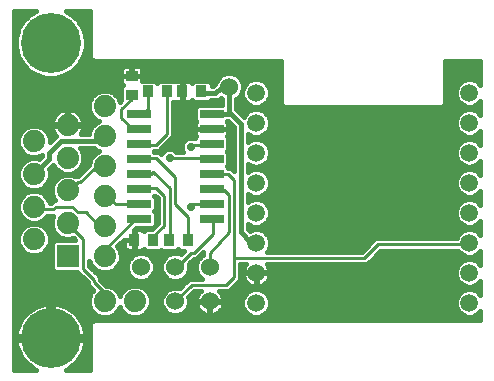
<source format=gtl>
G75*
%MOIN*%
%OFA0B0*%
%FSLAX25Y25*%
%IPPOS*%
%LPD*%
%AMOC8*
5,1,8,0,0,1.08239X$1,22.5*
%
%ADD10R,0.03740X0.03937*%
%ADD11R,0.03937X0.03740*%
%ADD12R,0.08000X0.02600*%
%ADD13C,0.05906*%
%ADD14R,0.07400X0.07400*%
%ADD15C,0.07400*%
%ADD16C,0.20000*%
%ADD17C,0.06000*%
%ADD18C,0.01000*%
%ADD19C,0.02900*%
%ADD20C,0.01600*%
D10*
X0091483Y0046800D03*
X0097782Y0046800D03*
X0102983Y0046800D03*
X0109282Y0046800D03*
X0107483Y0096300D03*
X0102282Y0096300D03*
X0095983Y0096300D03*
X0113782Y0096300D03*
D11*
X0090632Y0095150D03*
X0090632Y0101450D03*
D12*
X0093032Y0088800D03*
X0093032Y0083800D03*
X0093032Y0078800D03*
X0093032Y0073800D03*
X0093032Y0068800D03*
X0093032Y0063800D03*
X0093032Y0058800D03*
X0093032Y0053800D03*
X0117232Y0053800D03*
X0117232Y0058800D03*
X0117232Y0063800D03*
X0117232Y0068800D03*
X0117232Y0073800D03*
X0117232Y0078800D03*
X0117232Y0083800D03*
X0117232Y0088800D03*
D13*
X0132082Y0085800D03*
X0132082Y0075800D03*
X0132082Y0065800D03*
X0132082Y0055800D03*
X0132082Y0045800D03*
X0132082Y0035800D03*
X0132082Y0025800D03*
X0203182Y0025800D03*
X0203182Y0035800D03*
X0203182Y0045800D03*
X0203182Y0055800D03*
X0203182Y0065800D03*
X0203182Y0075800D03*
X0203182Y0085800D03*
X0203182Y0095800D03*
X0132082Y0095800D03*
D14*
X0069223Y0041489D03*
D15*
X0058042Y0046961D03*
X0069223Y0052394D03*
X0058042Y0057867D03*
X0069223Y0063300D03*
X0058042Y0068733D03*
X0069223Y0074206D03*
X0058042Y0079639D03*
X0069223Y0085111D03*
X0081632Y0081300D03*
X0081632Y0071300D03*
X0081632Y0061300D03*
X0081632Y0051300D03*
X0081632Y0041300D03*
X0081632Y0026300D03*
X0091632Y0026300D03*
X0081632Y0091300D03*
D16*
X0063632Y0112513D03*
X0063632Y0014087D03*
D17*
X0093632Y0037800D03*
X0105132Y0037800D03*
X0116632Y0037800D03*
X0116632Y0026300D03*
X0105132Y0026300D03*
X0123132Y0097800D03*
D18*
X0115832Y0095700D02*
X0114432Y0095800D01*
X0117232Y0088800D02*
X0117632Y0088500D01*
X0117232Y0078800D02*
X0116732Y0078600D01*
X0111332Y0078600D01*
X0110432Y0077700D01*
X0116732Y0074100D02*
X0117232Y0073800D01*
X0116732Y0074100D02*
X0103232Y0074100D01*
X0098732Y0074100D02*
X0093332Y0074100D01*
X0093032Y0073800D01*
X0098732Y0074100D02*
X0105032Y0067800D01*
X0105032Y0058800D01*
X0109532Y0054300D01*
X0109532Y0047100D01*
X0109282Y0046800D01*
X0110432Y0042600D02*
X0105932Y0038100D01*
X0105132Y0037800D01*
X0110432Y0042600D02*
X0111332Y0042600D01*
X0117632Y0048900D01*
X0117632Y0053400D01*
X0117232Y0053800D01*
X0111332Y0058800D02*
X0110432Y0057900D01*
X0111332Y0058800D02*
X0117232Y0058800D01*
X0121332Y0063300D02*
X0122932Y0061700D01*
X0122932Y0049300D01*
X0116632Y0042500D01*
X0116632Y0037800D01*
X0122132Y0031800D02*
X0110632Y0031800D01*
X0105132Y0026300D01*
X0122132Y0031800D02*
X0124732Y0034400D01*
X0124732Y0040800D01*
X0168132Y0040800D01*
X0172632Y0045300D01*
X0203032Y0045300D01*
X0124732Y0040800D02*
X0124732Y0066800D01*
X0122832Y0068700D01*
X0117632Y0068700D01*
X0117232Y0068800D01*
X0117232Y0063800D02*
X0117632Y0063300D01*
X0121332Y0063300D01*
X0103232Y0064200D02*
X0097832Y0069600D01*
X0096932Y0068700D01*
X0093332Y0068700D01*
X0093032Y0068800D01*
X0093332Y0064200D02*
X0093032Y0063800D01*
X0093332Y0064200D02*
X0098732Y0064200D01*
X0101432Y0061500D01*
X0101432Y0051600D01*
X0097832Y0048000D01*
X0097832Y0047100D01*
X0097782Y0046800D01*
X0102983Y0046800D02*
X0103232Y0047100D01*
X0103232Y0064200D01*
X0093032Y0058800D02*
X0085232Y0058800D01*
X0083432Y0060600D01*
X0081632Y0060600D01*
X0081632Y0061300D01*
X0075332Y0056100D02*
X0072632Y0056100D01*
X0070832Y0057900D01*
X0065432Y0057900D01*
X0064532Y0057000D01*
X0058232Y0057000D01*
X0058042Y0057867D01*
X0069223Y0063300D02*
X0069932Y0063300D01*
X0072632Y0066000D01*
X0073532Y0066000D01*
X0078032Y0070500D01*
X0081632Y0070500D01*
X0081632Y0071300D01*
X0093032Y0078800D02*
X0093332Y0078600D01*
X0098732Y0078600D01*
X0102332Y0082200D01*
X0102332Y0095700D01*
X0102282Y0096300D01*
X0096032Y0095700D02*
X0095983Y0096300D01*
X0096032Y0095700D02*
X0096032Y0090300D01*
X0095132Y0089400D01*
X0093332Y0089400D01*
X0093032Y0088800D01*
X0090632Y0084000D02*
X0087032Y0087600D01*
X0087032Y0090300D01*
X0090632Y0093900D01*
X0090632Y0095150D01*
X0090632Y0095700D01*
X0090632Y0084000D02*
X0092432Y0084000D01*
X0093032Y0083800D01*
X0075332Y0056100D02*
X0079832Y0051600D01*
X0081632Y0051600D01*
X0081632Y0051300D01*
X0074432Y0047100D02*
X0074432Y0037200D01*
X0078032Y0033600D01*
X0078032Y0032700D01*
X0081632Y0029100D01*
X0081632Y0026300D01*
X0081632Y0041300D02*
X0081632Y0043500D01*
X0091532Y0053400D01*
X0092432Y0053400D01*
X0093032Y0053800D01*
X0074432Y0047100D02*
X0069932Y0051600D01*
X0069223Y0052394D01*
D19*
X0103232Y0074100D03*
X0110432Y0077700D03*
X0110432Y0057900D03*
D20*
X0051432Y0003600D02*
X0051432Y0123000D01*
X0058597Y0123000D01*
X0056510Y0121795D01*
X0054350Y0119635D01*
X0052823Y0116990D01*
X0052032Y0114040D01*
X0052032Y0110985D01*
X0052823Y0108035D01*
X0054350Y0105390D01*
X0056510Y0103230D01*
X0059155Y0101703D01*
X0062105Y0100913D01*
X0065159Y0100913D01*
X0068110Y0101703D01*
X0070755Y0103230D01*
X0072915Y0105390D01*
X0074442Y0108035D01*
X0075232Y0110985D01*
X0075232Y0114040D01*
X0074442Y0116990D01*
X0072915Y0119635D01*
X0070755Y0121795D01*
X0068668Y0123000D01*
X0076832Y0123000D01*
X0076832Y0107554D01*
X0077887Y0106500D01*
X0140282Y0106500D01*
X0140282Y0092034D01*
X0141366Y0090950D01*
X0193899Y0090950D01*
X0194982Y0092034D01*
X0194982Y0106500D01*
X0206832Y0106500D01*
X0206832Y0098589D01*
X0205761Y0099660D01*
X0204088Y0100353D01*
X0202277Y0100353D01*
X0200603Y0099660D01*
X0199323Y0098379D01*
X0198630Y0096706D01*
X0198630Y0094894D01*
X0199323Y0093221D01*
X0200603Y0091940D01*
X0202277Y0091247D01*
X0204088Y0091247D01*
X0205761Y0091940D01*
X0206832Y0093011D01*
X0206832Y0088589D01*
X0205761Y0089660D01*
X0204088Y0090353D01*
X0202277Y0090353D01*
X0200603Y0089660D01*
X0199323Y0088379D01*
X0198630Y0086706D01*
X0198630Y0084894D01*
X0199323Y0083221D01*
X0200603Y0081940D01*
X0202277Y0081247D01*
X0204088Y0081247D01*
X0205761Y0081940D01*
X0206832Y0083011D01*
X0206832Y0078589D01*
X0205761Y0079660D01*
X0204088Y0080353D01*
X0202277Y0080353D01*
X0200603Y0079660D01*
X0199323Y0078379D01*
X0198630Y0076706D01*
X0198630Y0074894D01*
X0199323Y0073221D01*
X0200603Y0071940D01*
X0202277Y0071247D01*
X0204088Y0071247D01*
X0205761Y0071940D01*
X0206832Y0073011D01*
X0206832Y0068589D01*
X0205761Y0069660D01*
X0204088Y0070353D01*
X0202277Y0070353D01*
X0200603Y0069660D01*
X0199323Y0068379D01*
X0198630Y0066706D01*
X0198630Y0064894D01*
X0199323Y0063221D01*
X0200603Y0061940D01*
X0202277Y0061247D01*
X0204088Y0061247D01*
X0205761Y0061940D01*
X0206832Y0063011D01*
X0206832Y0058589D01*
X0205761Y0059660D01*
X0204088Y0060353D01*
X0202277Y0060353D01*
X0200603Y0059660D01*
X0199323Y0058379D01*
X0198630Y0056706D01*
X0198630Y0054894D01*
X0199323Y0053221D01*
X0200603Y0051940D01*
X0202277Y0051247D01*
X0204088Y0051247D01*
X0205761Y0051940D01*
X0206832Y0053011D01*
X0206832Y0048589D01*
X0205761Y0049660D01*
X0204088Y0050353D01*
X0202277Y0050353D01*
X0200603Y0049660D01*
X0199323Y0048379D01*
X0198917Y0047400D01*
X0171762Y0047400D01*
X0167262Y0042900D01*
X0135621Y0042900D01*
X0135942Y0043221D01*
X0136635Y0044894D01*
X0136635Y0046706D01*
X0135942Y0048379D01*
X0134661Y0049660D01*
X0132988Y0050353D01*
X0131177Y0050353D01*
X0129902Y0049825D01*
X0129432Y0050294D01*
X0129432Y0052011D01*
X0129503Y0051940D01*
X0131177Y0051247D01*
X0132988Y0051247D01*
X0134661Y0051940D01*
X0135942Y0053221D01*
X0136635Y0054894D01*
X0136635Y0056706D01*
X0135942Y0058379D01*
X0134661Y0059660D01*
X0132988Y0060353D01*
X0131177Y0060353D01*
X0129503Y0059660D01*
X0129432Y0059589D01*
X0129432Y0062011D01*
X0129503Y0061940D01*
X0131177Y0061247D01*
X0132988Y0061247D01*
X0134661Y0061940D01*
X0135942Y0063221D01*
X0136635Y0064894D01*
X0136635Y0066706D01*
X0135942Y0068379D01*
X0134661Y0069660D01*
X0132988Y0070353D01*
X0131177Y0070353D01*
X0129503Y0069660D01*
X0129432Y0069589D01*
X0129432Y0072011D01*
X0129503Y0071940D01*
X0131177Y0071247D01*
X0132988Y0071247D01*
X0134661Y0071940D01*
X0135942Y0073221D01*
X0136635Y0074894D01*
X0136635Y0076706D01*
X0135942Y0078379D01*
X0134661Y0079660D01*
X0132988Y0080353D01*
X0131177Y0080353D01*
X0129503Y0079660D01*
X0129432Y0079589D01*
X0129432Y0082011D01*
X0129503Y0081940D01*
X0131177Y0081247D01*
X0132988Y0081247D01*
X0134661Y0081940D01*
X0135942Y0083221D01*
X0136635Y0084894D01*
X0136635Y0086706D01*
X0135942Y0088379D01*
X0134661Y0089660D01*
X0132988Y0090353D01*
X0131177Y0090353D01*
X0129503Y0089660D01*
X0128223Y0088379D01*
X0127996Y0087831D01*
X0125667Y0090159D01*
X0125532Y0090294D01*
X0125532Y0093815D01*
X0125738Y0093900D01*
X0127032Y0095194D01*
X0127530Y0096396D01*
X0127530Y0094894D01*
X0128223Y0093221D01*
X0129503Y0091940D01*
X0131177Y0091247D01*
X0132988Y0091247D01*
X0134661Y0091940D01*
X0135942Y0093221D01*
X0136635Y0094894D01*
X0136635Y0096706D01*
X0135942Y0098379D01*
X0134661Y0099660D01*
X0132988Y0100353D01*
X0131177Y0100353D01*
X0129503Y0099660D01*
X0128223Y0098379D01*
X0127732Y0097195D01*
X0127732Y0098715D01*
X0127032Y0100406D01*
X0125738Y0101700D01*
X0124047Y0102400D01*
X0122217Y0102400D01*
X0120527Y0101700D01*
X0119233Y0100406D01*
X0118800Y0099362D01*
X0118298Y0098859D01*
X0117538Y0098100D01*
X0117252Y0098100D01*
X0117252Y0098931D01*
X0116315Y0099868D01*
X0111249Y0099868D01*
X0110623Y0099243D01*
X0110327Y0099539D01*
X0109965Y0099748D01*
X0109562Y0099856D01*
X0107618Y0099856D01*
X0107618Y0096435D01*
X0107348Y0096435D01*
X0107348Y0099856D01*
X0105404Y0099856D01*
X0105000Y0099748D01*
X0104959Y0099724D01*
X0104815Y0099868D01*
X0099749Y0099868D01*
X0099132Y0099252D01*
X0098515Y0099868D01*
X0094188Y0099868D01*
X0094188Y0101315D01*
X0090767Y0101315D01*
X0090767Y0101585D01*
X0090497Y0101585D01*
X0090497Y0104907D01*
X0088455Y0104907D01*
X0088051Y0104799D01*
X0087689Y0104590D01*
X0087394Y0104294D01*
X0087185Y0103932D01*
X0087076Y0103529D01*
X0087076Y0101585D01*
X0090497Y0101585D01*
X0090497Y0101315D01*
X0087076Y0101315D01*
X0087076Y0099371D01*
X0087185Y0098967D01*
X0087394Y0098605D01*
X0087689Y0098309D01*
X0087690Y0098309D01*
X0087064Y0097683D01*
X0087064Y0093301D01*
X0086693Y0092931D01*
X0086125Y0094302D01*
X0084634Y0095793D01*
X0082687Y0096600D01*
X0080578Y0096600D01*
X0078630Y0095793D01*
X0077139Y0094302D01*
X0076332Y0092354D01*
X0076332Y0090246D01*
X0077139Y0088298D01*
X0078630Y0086807D01*
X0079854Y0086300D01*
X0078630Y0085793D01*
X0077139Y0084302D01*
X0076332Y0082354D01*
X0076332Y0082200D01*
X0073643Y0082200D01*
X0073745Y0082340D01*
X0074123Y0083081D01*
X0074380Y0083873D01*
X0074510Y0084695D01*
X0074510Y0084911D01*
X0069423Y0084911D01*
X0069423Y0085311D01*
X0074510Y0085311D01*
X0074510Y0085527D01*
X0074380Y0086349D01*
X0074123Y0087141D01*
X0073745Y0087882D01*
X0073256Y0088556D01*
X0072667Y0089144D01*
X0071994Y0089633D01*
X0071252Y0090011D01*
X0070461Y0090268D01*
X0069639Y0090398D01*
X0069423Y0090398D01*
X0069423Y0085311D01*
X0069023Y0085311D01*
X0069023Y0090398D01*
X0068807Y0090398D01*
X0067985Y0090268D01*
X0067193Y0090011D01*
X0066452Y0089633D01*
X0065778Y0089144D01*
X0065190Y0088556D01*
X0064701Y0087882D01*
X0064323Y0087141D01*
X0064066Y0086349D01*
X0063935Y0085527D01*
X0063935Y0085311D01*
X0069023Y0085311D01*
X0069023Y0084911D01*
X0063935Y0084911D01*
X0063935Y0084695D01*
X0064066Y0083873D01*
X0064323Y0083081D01*
X0064701Y0082340D01*
X0065190Y0081667D01*
X0065397Y0081459D01*
X0065098Y0081159D01*
X0063342Y0079404D01*
X0063342Y0080693D01*
X0062535Y0082641D01*
X0061044Y0084132D01*
X0059096Y0084939D01*
X0056987Y0084939D01*
X0055040Y0084132D01*
X0053549Y0082641D01*
X0052742Y0080693D01*
X0052742Y0078584D01*
X0053549Y0076636D01*
X0055040Y0075145D01*
X0056987Y0074339D01*
X0059096Y0074339D01*
X0060732Y0075016D01*
X0060732Y0074818D01*
X0059698Y0073784D01*
X0059096Y0074033D01*
X0056987Y0074033D01*
X0055040Y0073226D01*
X0053549Y0071735D01*
X0052742Y0069787D01*
X0052742Y0067679D01*
X0053549Y0065731D01*
X0055040Y0064240D01*
X0056987Y0063433D01*
X0059096Y0063433D01*
X0061044Y0064240D01*
X0062535Y0065731D01*
X0063342Y0067679D01*
X0063342Y0069787D01*
X0063092Y0070390D01*
X0064488Y0071786D01*
X0064730Y0071203D01*
X0066221Y0069712D01*
X0068169Y0068906D01*
X0070277Y0068906D01*
X0072225Y0069712D01*
X0073716Y0071203D01*
X0074523Y0073151D01*
X0074523Y0075260D01*
X0073716Y0077208D01*
X0073524Y0077400D01*
X0078037Y0077400D01*
X0078630Y0076807D01*
X0079854Y0076300D01*
X0078630Y0075793D01*
X0077139Y0074302D01*
X0076332Y0072354D01*
X0076332Y0071770D01*
X0075932Y0071370D01*
X0072662Y0068100D01*
X0071762Y0068100D01*
X0071681Y0068018D01*
X0070277Y0068600D01*
X0068169Y0068600D01*
X0066221Y0067793D01*
X0064730Y0066302D01*
X0063923Y0064354D01*
X0063923Y0062246D01*
X0064730Y0060298D01*
X0065028Y0060000D01*
X0064562Y0060000D01*
X0063662Y0059100D01*
X0063268Y0059100D01*
X0062535Y0060869D01*
X0061044Y0062360D01*
X0059096Y0063167D01*
X0056987Y0063167D01*
X0055040Y0062360D01*
X0053549Y0060869D01*
X0052742Y0058921D01*
X0052742Y0056813D01*
X0053549Y0054865D01*
X0055040Y0053374D01*
X0056987Y0052567D01*
X0059096Y0052567D01*
X0061044Y0053374D01*
X0062535Y0054865D01*
X0062549Y0054900D01*
X0064524Y0054900D01*
X0063923Y0053449D01*
X0063923Y0051340D01*
X0064730Y0049392D01*
X0066221Y0047901D01*
X0068169Y0047094D01*
X0070277Y0047094D01*
X0071119Y0047443D01*
X0071773Y0046789D01*
X0064860Y0046789D01*
X0063923Y0045852D01*
X0063923Y0037126D01*
X0064860Y0036189D01*
X0072473Y0036189D01*
X0075932Y0032730D01*
X0075932Y0031830D01*
X0077800Y0029963D01*
X0077139Y0029302D01*
X0076332Y0027354D01*
X0076332Y0025246D01*
X0077139Y0023298D01*
X0078630Y0021807D01*
X0080578Y0021000D01*
X0082687Y0021000D01*
X0084634Y0021807D01*
X0086125Y0023298D01*
X0086632Y0024522D01*
X0087139Y0023298D01*
X0088630Y0021807D01*
X0090578Y0021000D01*
X0092687Y0021000D01*
X0094634Y0021807D01*
X0096125Y0023298D01*
X0096932Y0025246D01*
X0096932Y0027354D01*
X0096125Y0029302D01*
X0094634Y0030793D01*
X0092687Y0031600D01*
X0090578Y0031600D01*
X0088630Y0030793D01*
X0087139Y0029302D01*
X0086632Y0028078D01*
X0086125Y0029302D01*
X0084634Y0030793D01*
X0082687Y0031600D01*
X0082102Y0031600D01*
X0080132Y0033570D01*
X0080132Y0034470D01*
X0078902Y0035700D01*
X0076532Y0038070D01*
X0076532Y0039763D01*
X0077139Y0038298D01*
X0078630Y0036807D01*
X0080578Y0036000D01*
X0082687Y0036000D01*
X0084634Y0036807D01*
X0086125Y0038298D01*
X0086932Y0040246D01*
X0086932Y0042354D01*
X0086125Y0044302D01*
X0085765Y0044663D01*
X0088037Y0046935D01*
X0091348Y0046935D01*
X0091348Y0050245D01*
X0092002Y0050900D01*
X0097695Y0050900D01*
X0098632Y0051837D01*
X0098632Y0055763D01*
X0098095Y0056300D01*
X0098632Y0056837D01*
X0098632Y0060763D01*
X0098095Y0061300D01*
X0098379Y0061584D01*
X0099332Y0060630D01*
X0099332Y0052470D01*
X0097231Y0050368D01*
X0095249Y0050368D01*
X0094623Y0049743D01*
X0094327Y0050039D01*
X0093965Y0050248D01*
X0093562Y0050356D01*
X0091618Y0050356D01*
X0091618Y0046935D01*
X0091348Y0046935D01*
X0091348Y0046665D01*
X0091618Y0046665D01*
X0091618Y0043244D01*
X0093562Y0043244D01*
X0093965Y0043352D01*
X0094327Y0043561D01*
X0094623Y0043857D01*
X0094623Y0043857D01*
X0095249Y0043231D01*
X0100315Y0043231D01*
X0100382Y0043299D01*
X0100450Y0043231D01*
X0105515Y0043231D01*
X0106132Y0043848D01*
X0106749Y0043231D01*
X0108094Y0043231D01*
X0106907Y0042044D01*
X0106047Y0042400D01*
X0104217Y0042400D01*
X0102527Y0041700D01*
X0101233Y0040406D01*
X0100532Y0038715D01*
X0100532Y0036885D01*
X0101233Y0035194D01*
X0102527Y0033900D01*
X0104217Y0033200D01*
X0106047Y0033200D01*
X0107738Y0033900D01*
X0109032Y0035194D01*
X0109732Y0036885D01*
X0109732Y0038715D01*
X0109669Y0038867D01*
X0111302Y0040500D01*
X0112202Y0040500D01*
X0113432Y0041730D01*
X0114519Y0042817D01*
X0114532Y0042460D01*
X0114532Y0041909D01*
X0114027Y0041700D01*
X0112733Y0040406D01*
X0112032Y0038715D01*
X0112032Y0036885D01*
X0112733Y0035194D01*
X0114027Y0033900D01*
X0109762Y0033900D01*
X0108532Y0032670D01*
X0106553Y0030691D01*
X0106047Y0030900D01*
X0104217Y0030900D01*
X0102527Y0030200D01*
X0101233Y0028906D01*
X0100532Y0027215D01*
X0100532Y0025385D01*
X0101233Y0023694D01*
X0102527Y0022400D01*
X0104217Y0021700D01*
X0106047Y0021700D01*
X0107738Y0022400D01*
X0109032Y0023694D01*
X0109732Y0025385D01*
X0109732Y0027215D01*
X0109523Y0027721D01*
X0111502Y0029700D01*
X0113545Y0029700D01*
X0113133Y0029288D01*
X0112709Y0028704D01*
X0112381Y0028061D01*
X0112158Y0027374D01*
X0112045Y0026661D01*
X0112045Y0026500D01*
X0116432Y0026500D01*
X0116432Y0026100D01*
X0112045Y0026100D01*
X0112045Y0025939D01*
X0112158Y0025226D01*
X0112381Y0024539D01*
X0112709Y0023896D01*
X0113133Y0023312D01*
X0113644Y0022801D01*
X0114228Y0022377D01*
X0114871Y0022049D01*
X0115558Y0021826D01*
X0116271Y0021713D01*
X0116432Y0021713D01*
X0116432Y0026100D01*
X0116832Y0026100D01*
X0116832Y0021713D01*
X0116993Y0021713D01*
X0117706Y0021826D01*
X0118393Y0022049D01*
X0119037Y0022377D01*
X0119621Y0022801D01*
X0120131Y0023312D01*
X0120556Y0023896D01*
X0120884Y0024539D01*
X0121107Y0025226D01*
X0121220Y0025939D01*
X0121220Y0026100D01*
X0116832Y0026100D01*
X0116832Y0026500D01*
X0121220Y0026500D01*
X0121220Y0026661D01*
X0121107Y0027374D01*
X0120884Y0028061D01*
X0120556Y0028704D01*
X0120131Y0029288D01*
X0119720Y0029700D01*
X0123002Y0029700D01*
X0126832Y0033530D01*
X0126832Y0038700D01*
X0128577Y0038700D01*
X0128199Y0038180D01*
X0127875Y0037543D01*
X0127654Y0036863D01*
X0127542Y0036157D01*
X0127542Y0035984D01*
X0131898Y0035984D01*
X0131898Y0035616D01*
X0127542Y0035616D01*
X0127542Y0035443D01*
X0127654Y0034737D01*
X0127875Y0034057D01*
X0128199Y0033420D01*
X0128619Y0032842D01*
X0129125Y0032337D01*
X0129703Y0031917D01*
X0130339Y0031592D01*
X0131019Y0031372D01*
X0131725Y0031260D01*
X0131898Y0031260D01*
X0131898Y0035616D01*
X0132267Y0035616D01*
X0132267Y0035984D01*
X0136622Y0035984D01*
X0136622Y0036157D01*
X0136511Y0036863D01*
X0136290Y0037543D01*
X0135965Y0038180D01*
X0135587Y0038700D01*
X0169002Y0038700D01*
X0170232Y0039930D01*
X0173502Y0043200D01*
X0199344Y0043200D01*
X0200603Y0041940D01*
X0202277Y0041247D01*
X0204088Y0041247D01*
X0205761Y0041940D01*
X0206832Y0043011D01*
X0206832Y0038589D01*
X0205761Y0039660D01*
X0204088Y0040353D01*
X0202277Y0040353D01*
X0200603Y0039660D01*
X0199323Y0038379D01*
X0198630Y0036706D01*
X0198630Y0034894D01*
X0199323Y0033221D01*
X0200603Y0031940D01*
X0202277Y0031247D01*
X0204088Y0031247D01*
X0205761Y0031940D01*
X0206832Y0033011D01*
X0206832Y0028589D01*
X0205761Y0029660D01*
X0204088Y0030353D01*
X0202277Y0030353D01*
X0200603Y0029660D01*
X0199323Y0028379D01*
X0198630Y0026706D01*
X0198630Y0024894D01*
X0199323Y0023221D01*
X0200603Y0021940D01*
X0202277Y0021247D01*
X0204088Y0021247D01*
X0205761Y0021940D01*
X0206832Y0023011D01*
X0206832Y0020100D01*
X0077887Y0020100D01*
X0076832Y0019046D01*
X0076832Y0003600D01*
X0068561Y0003600D01*
X0069246Y0003930D01*
X0070348Y0004622D01*
X0071366Y0005434D01*
X0072286Y0006354D01*
X0073097Y0007372D01*
X0073790Y0008474D01*
X0074355Y0009646D01*
X0074784Y0010875D01*
X0075074Y0012143D01*
X0075203Y0013287D01*
X0064432Y0013287D01*
X0064432Y0014887D01*
X0075203Y0014887D01*
X0075074Y0016031D01*
X0074784Y0017300D01*
X0074355Y0018529D01*
X0073790Y0019701D01*
X0073097Y0020803D01*
X0072286Y0021821D01*
X0071366Y0022741D01*
X0070348Y0023553D01*
X0069246Y0024245D01*
X0068074Y0024810D01*
X0066845Y0025239D01*
X0065576Y0025529D01*
X0064432Y0025658D01*
X0064432Y0014887D01*
X0062832Y0014887D01*
X0062832Y0013287D01*
X0052062Y0013287D01*
X0052191Y0012143D01*
X0052480Y0010875D01*
X0052910Y0009646D01*
X0053475Y0008474D01*
X0054167Y0007372D01*
X0054979Y0006354D01*
X0055899Y0005434D01*
X0056916Y0004622D01*
X0058018Y0003930D01*
X0058703Y0003600D01*
X0051432Y0003600D01*
X0051432Y0004155D02*
X0057660Y0004155D01*
X0055579Y0005754D02*
X0051432Y0005754D01*
X0051432Y0007352D02*
X0054183Y0007352D01*
X0053245Y0008951D02*
X0051432Y0008951D01*
X0051432Y0010549D02*
X0052594Y0010549D01*
X0052190Y0012148D02*
X0051432Y0012148D01*
X0051432Y0013746D02*
X0062832Y0013746D01*
X0062832Y0014887D02*
X0052062Y0014887D01*
X0052191Y0016031D01*
X0052480Y0017300D01*
X0052910Y0018529D01*
X0053475Y0019701D01*
X0054167Y0020803D01*
X0054979Y0021821D01*
X0055899Y0022741D01*
X0056916Y0023553D01*
X0058018Y0024245D01*
X0059191Y0024810D01*
X0060419Y0025239D01*
X0061688Y0025529D01*
X0062832Y0025658D01*
X0062832Y0014887D01*
X0062832Y0015345D02*
X0064432Y0015345D01*
X0064432Y0016943D02*
X0062832Y0016943D01*
X0062832Y0018542D02*
X0064432Y0018542D01*
X0064432Y0020140D02*
X0062832Y0020140D01*
X0062832Y0021739D02*
X0064432Y0021739D01*
X0064432Y0023337D02*
X0062832Y0023337D01*
X0062832Y0024936D02*
X0064432Y0024936D01*
X0067713Y0024936D02*
X0076461Y0024936D01*
X0076332Y0026534D02*
X0051432Y0026534D01*
X0051432Y0024936D02*
X0059551Y0024936D01*
X0056646Y0023337D02*
X0051432Y0023337D01*
X0051432Y0021739D02*
X0054913Y0021739D01*
X0053751Y0020140D02*
X0051432Y0020140D01*
X0051432Y0018542D02*
X0052916Y0018542D01*
X0052399Y0016943D02*
X0051432Y0016943D01*
X0051432Y0015345D02*
X0052113Y0015345D01*
X0064432Y0013746D02*
X0076832Y0013746D01*
X0076832Y0012148D02*
X0075074Y0012148D01*
X0074670Y0010549D02*
X0076832Y0010549D01*
X0076832Y0008951D02*
X0074020Y0008951D01*
X0073082Y0007352D02*
X0076832Y0007352D01*
X0076832Y0005754D02*
X0071686Y0005754D01*
X0069605Y0004155D02*
X0076832Y0004155D01*
X0076832Y0015345D02*
X0075151Y0015345D01*
X0074866Y0016943D02*
X0076832Y0016943D01*
X0076832Y0018542D02*
X0074348Y0018542D01*
X0073514Y0020140D02*
X0206832Y0020140D01*
X0206832Y0021739D02*
X0205274Y0021739D01*
X0201090Y0021739D02*
X0134174Y0021739D01*
X0134661Y0021940D02*
X0135942Y0023221D01*
X0136635Y0024894D01*
X0136635Y0026706D01*
X0135942Y0028379D01*
X0134661Y0029660D01*
X0132988Y0030353D01*
X0131177Y0030353D01*
X0129503Y0029660D01*
X0128223Y0028379D01*
X0127530Y0026706D01*
X0127530Y0024894D01*
X0128223Y0023221D01*
X0129503Y0021940D01*
X0131177Y0021247D01*
X0132988Y0021247D01*
X0134661Y0021940D01*
X0135990Y0023337D02*
X0199275Y0023337D01*
X0198630Y0024936D02*
X0136635Y0024936D01*
X0136635Y0026534D02*
X0198630Y0026534D01*
X0199221Y0028133D02*
X0136044Y0028133D01*
X0134488Y0029731D02*
X0200776Y0029731D01*
X0202077Y0031330D02*
X0132881Y0031330D01*
X0133145Y0031372D02*
X0133825Y0031592D01*
X0134462Y0031917D01*
X0135040Y0032337D01*
X0135545Y0032842D01*
X0135965Y0033420D01*
X0136290Y0034057D01*
X0136511Y0034737D01*
X0136622Y0035443D01*
X0136622Y0035616D01*
X0132267Y0035616D01*
X0132267Y0031260D01*
X0132440Y0031260D01*
X0133145Y0031372D01*
X0132267Y0031330D02*
X0131898Y0031330D01*
X0131283Y0031330D02*
X0124632Y0031330D01*
X0123033Y0029731D02*
X0129676Y0029731D01*
X0128121Y0028133D02*
X0120847Y0028133D01*
X0121220Y0026534D02*
X0127530Y0026534D01*
X0127530Y0024936D02*
X0121012Y0024936D01*
X0120150Y0023337D02*
X0128175Y0023337D01*
X0129990Y0021739D02*
X0117158Y0021739D01*
X0116832Y0021739D02*
X0116432Y0021739D01*
X0116106Y0021739D02*
X0106141Y0021739D01*
X0104124Y0021739D02*
X0094470Y0021739D01*
X0096142Y0023337D02*
X0101590Y0023337D01*
X0100718Y0024936D02*
X0096804Y0024936D01*
X0096932Y0026534D02*
X0100532Y0026534D01*
X0100912Y0028133D02*
X0096610Y0028133D01*
X0095696Y0029731D02*
X0102058Y0029731D01*
X0107192Y0031330D02*
X0093339Y0031330D01*
X0089926Y0031330D02*
X0083339Y0031330D01*
X0085696Y0029731D02*
X0087568Y0029731D01*
X0086655Y0028133D02*
X0086610Y0028133D01*
X0086142Y0023337D02*
X0087123Y0023337D01*
X0088795Y0021739D02*
X0084470Y0021739D01*
X0078795Y0021739D02*
X0072351Y0021739D01*
X0070618Y0023337D02*
X0077123Y0023337D01*
X0076655Y0028133D02*
X0051432Y0028133D01*
X0051432Y0029731D02*
X0077568Y0029731D01*
X0076433Y0031330D02*
X0051432Y0031330D01*
X0051432Y0032928D02*
X0075734Y0032928D01*
X0074136Y0034527D02*
X0051432Y0034527D01*
X0051432Y0036125D02*
X0072537Y0036125D01*
X0076878Y0037724D02*
X0077713Y0037724D01*
X0078477Y0036125D02*
X0080276Y0036125D01*
X0080075Y0034527D02*
X0090400Y0034527D01*
X0091027Y0033900D02*
X0089733Y0035194D01*
X0089032Y0036885D01*
X0089032Y0038715D01*
X0089733Y0040406D01*
X0091027Y0041700D01*
X0092717Y0042400D01*
X0094547Y0042400D01*
X0096238Y0041700D01*
X0097532Y0040406D01*
X0098232Y0038715D01*
X0098232Y0036885D01*
X0097532Y0035194D01*
X0096238Y0033900D01*
X0094547Y0033200D01*
X0092717Y0033200D01*
X0091027Y0033900D01*
X0089347Y0036125D02*
X0082989Y0036125D01*
X0085551Y0037724D02*
X0089032Y0037724D01*
X0089284Y0039322D02*
X0086550Y0039322D01*
X0086932Y0040921D02*
X0090248Y0040921D01*
X0089404Y0043244D02*
X0089000Y0043352D01*
X0088638Y0043561D01*
X0088342Y0043857D01*
X0088133Y0044219D01*
X0088025Y0044623D01*
X0088025Y0046665D01*
X0091348Y0046665D01*
X0091348Y0043244D01*
X0089404Y0043244D01*
X0088192Y0044118D02*
X0086202Y0044118D01*
X0086864Y0042519D02*
X0107382Y0042519D01*
X0110124Y0039322D02*
X0112284Y0039322D01*
X0112623Y0040921D02*
X0113248Y0040921D01*
X0114221Y0042519D02*
X0114530Y0042519D01*
X0112032Y0037724D02*
X0109732Y0037724D01*
X0109418Y0036125D02*
X0112347Y0036125D01*
X0113400Y0034527D02*
X0108364Y0034527D01*
X0108791Y0032928D02*
X0080774Y0032928D01*
X0076715Y0039322D02*
X0076532Y0039322D01*
X0086818Y0045716D02*
X0088025Y0045716D01*
X0091348Y0045716D02*
X0091618Y0045716D01*
X0091618Y0047315D02*
X0091348Y0047315D01*
X0091348Y0048913D02*
X0091618Y0048913D01*
X0091614Y0050512D02*
X0097374Y0050512D01*
X0094623Y0049743D02*
X0094623Y0049743D01*
X0098632Y0052110D02*
X0098973Y0052110D01*
X0098632Y0053709D02*
X0099332Y0053709D01*
X0099332Y0055307D02*
X0098632Y0055307D01*
X0098632Y0056906D02*
X0099332Y0056906D01*
X0099332Y0058504D02*
X0098632Y0058504D01*
X0098632Y0060103D02*
X0099332Y0060103D01*
X0076555Y0072891D02*
X0074415Y0072891D01*
X0074523Y0074490D02*
X0077327Y0074490D01*
X0079342Y0076088D02*
X0074180Y0076088D01*
X0080132Y0079800D02*
X0067132Y0079800D01*
X0063132Y0075800D01*
X0063132Y0073824D01*
X0058042Y0068733D01*
X0062852Y0066497D02*
X0064925Y0066497D01*
X0064148Y0064899D02*
X0061702Y0064899D01*
X0063923Y0063300D02*
X0051432Y0063300D01*
X0051432Y0064899D02*
X0054381Y0064899D01*
X0053231Y0066497D02*
X0051432Y0066497D01*
X0051432Y0068096D02*
X0052742Y0068096D01*
X0052742Y0069694D02*
X0051432Y0069694D01*
X0051432Y0071293D02*
X0053365Y0071293D01*
X0054704Y0072891D02*
X0051432Y0072891D01*
X0051432Y0074490D02*
X0056623Y0074490D01*
X0059460Y0074490D02*
X0060404Y0074490D01*
X0063995Y0071293D02*
X0064693Y0071293D01*
X0063342Y0069694D02*
X0066265Y0069694D01*
X0066951Y0068096D02*
X0063342Y0068096D01*
X0071495Y0068096D02*
X0071758Y0068096D01*
X0072181Y0069694D02*
X0074256Y0069694D01*
X0073753Y0071293D02*
X0075855Y0071293D01*
X0080132Y0079800D02*
X0081632Y0081300D01*
X0077047Y0084081D02*
X0074413Y0084081D01*
X0074486Y0085679D02*
X0078516Y0085679D01*
X0078159Y0087278D02*
X0074053Y0087278D01*
X0072935Y0088876D02*
X0076900Y0088876D01*
X0076332Y0090475D02*
X0051432Y0090475D01*
X0051432Y0092073D02*
X0076332Y0092073D01*
X0076878Y0093672D02*
X0051432Y0093672D01*
X0051432Y0095270D02*
X0078107Y0095270D01*
X0085157Y0095270D02*
X0087064Y0095270D01*
X0087064Y0096869D02*
X0051432Y0096869D01*
X0051432Y0098467D02*
X0087531Y0098467D01*
X0087076Y0100066D02*
X0051432Y0100066D01*
X0051432Y0101664D02*
X0059300Y0101664D01*
X0056477Y0103263D02*
X0051432Y0103263D01*
X0051432Y0104861D02*
X0054879Y0104861D01*
X0053732Y0106460D02*
X0051432Y0106460D01*
X0051432Y0108058D02*
X0052817Y0108058D01*
X0052388Y0109657D02*
X0051432Y0109657D01*
X0051432Y0111255D02*
X0052032Y0111255D01*
X0052032Y0112854D02*
X0051432Y0112854D01*
X0051432Y0114452D02*
X0052143Y0114452D01*
X0052571Y0116051D02*
X0051432Y0116051D01*
X0051432Y0117649D02*
X0053203Y0117649D01*
X0054126Y0119248D02*
X0051432Y0119248D01*
X0051432Y0120846D02*
X0055561Y0120846D01*
X0057636Y0122445D02*
X0051432Y0122445D01*
X0069629Y0122445D02*
X0076832Y0122445D01*
X0076832Y0120846D02*
X0071703Y0120846D01*
X0073138Y0119248D02*
X0076832Y0119248D01*
X0076832Y0117649D02*
X0074061Y0117649D01*
X0074693Y0116051D02*
X0076832Y0116051D01*
X0076832Y0114452D02*
X0075122Y0114452D01*
X0075232Y0112854D02*
X0076832Y0112854D01*
X0076832Y0111255D02*
X0075232Y0111255D01*
X0074876Y0109657D02*
X0076832Y0109657D01*
X0076832Y0108058D02*
X0074448Y0108058D01*
X0073532Y0106460D02*
X0140282Y0106460D01*
X0140282Y0104861D02*
X0092981Y0104861D01*
X0092810Y0104907D02*
X0090767Y0104907D01*
X0090767Y0101585D01*
X0094188Y0101585D01*
X0094188Y0103529D01*
X0094080Y0103932D01*
X0093871Y0104294D01*
X0093575Y0104590D01*
X0093213Y0104799D01*
X0092810Y0104907D01*
X0090767Y0104861D02*
X0090497Y0104861D01*
X0090497Y0103263D02*
X0090767Y0103263D01*
X0090767Y0101664D02*
X0090497Y0101664D01*
X0087076Y0101664D02*
X0067965Y0101664D01*
X0070787Y0103263D02*
X0087076Y0103263D01*
X0088284Y0104861D02*
X0072386Y0104861D01*
X0086387Y0093672D02*
X0087064Y0093672D01*
X0094188Y0100066D02*
X0119092Y0100066D01*
X0118298Y0098859D02*
X0118298Y0098859D01*
X0117905Y0098467D02*
X0117252Y0098467D01*
X0118532Y0095700D02*
X0120332Y0097500D01*
X0123032Y0097500D01*
X0123132Y0097800D01*
X0123132Y0089300D01*
X0123632Y0088800D01*
X0117232Y0088800D01*
X0120732Y0091700D02*
X0112570Y0091700D01*
X0111632Y0090763D01*
X0111632Y0086837D01*
X0112178Y0086291D01*
X0111962Y0086075D01*
X0111753Y0085713D01*
X0111645Y0085309D01*
X0111645Y0083800D01*
X0111645Y0082291D01*
X0111753Y0081887D01*
X0111962Y0081525D01*
X0112178Y0081309D01*
X0111632Y0080763D01*
X0111632Y0080700D01*
X0111160Y0080700D01*
X0111039Y0080750D01*
X0109826Y0080750D01*
X0108705Y0080286D01*
X0107847Y0079428D01*
X0107382Y0078307D01*
X0107382Y0077093D01*
X0107752Y0076200D01*
X0105446Y0076200D01*
X0104960Y0076686D01*
X0103839Y0077150D01*
X0102626Y0077150D01*
X0101505Y0076686D01*
X0100647Y0075828D01*
X0100450Y0075352D01*
X0099602Y0076200D01*
X0098195Y0076200D01*
X0098095Y0076300D01*
X0098295Y0076500D01*
X0099602Y0076500D01*
X0100832Y0077730D01*
X0104432Y0081330D01*
X0104432Y0092731D01*
X0104815Y0092731D01*
X0104959Y0092876D01*
X0105000Y0092852D01*
X0105404Y0092744D01*
X0107348Y0092744D01*
X0107348Y0096165D01*
X0107618Y0096165D01*
X0107618Y0092744D01*
X0109562Y0092744D01*
X0109965Y0092852D01*
X0110327Y0093061D01*
X0110623Y0093357D01*
X0110623Y0093357D01*
X0111249Y0092731D01*
X0116315Y0092731D01*
X0116883Y0093300D01*
X0119010Y0093300D01*
X0119892Y0093665D01*
X0120327Y0094100D01*
X0120527Y0093900D01*
X0120732Y0093815D01*
X0120732Y0091700D01*
X0120732Y0092073D02*
X0104432Y0092073D01*
X0104432Y0090475D02*
X0111632Y0090475D01*
X0111632Y0088876D02*
X0104432Y0088876D01*
X0104432Y0087278D02*
X0111632Y0087278D01*
X0111744Y0085679D02*
X0104432Y0085679D01*
X0104432Y0084081D02*
X0111645Y0084081D01*
X0111645Y0083800D02*
X0117232Y0083800D01*
X0117232Y0083800D01*
X0111645Y0083800D01*
X0111645Y0082482D02*
X0104432Y0082482D01*
X0103986Y0080884D02*
X0111753Y0080884D01*
X0107788Y0079285D02*
X0102387Y0079285D01*
X0100789Y0077687D02*
X0107382Y0077687D01*
X0100907Y0076088D02*
X0099714Y0076088D01*
X0117232Y0083800D02*
X0117232Y0083800D01*
X0122820Y0083800D01*
X0122820Y0085309D01*
X0122711Y0085713D01*
X0122503Y0086075D01*
X0122286Y0086291D01*
X0122395Y0086400D01*
X0122638Y0086400D01*
X0124632Y0084406D01*
X0124632Y0069870D01*
X0123702Y0070800D01*
X0122795Y0070800D01*
X0122295Y0071300D01*
X0122832Y0071837D01*
X0122832Y0075763D01*
X0122295Y0076300D01*
X0122832Y0076837D01*
X0122832Y0080763D01*
X0122286Y0081309D01*
X0122503Y0081525D01*
X0122711Y0081887D01*
X0122820Y0082291D01*
X0122820Y0083800D01*
X0117232Y0083800D01*
X0122820Y0084081D02*
X0124632Y0084081D01*
X0124632Y0082482D02*
X0122820Y0082482D01*
X0122711Y0080884D02*
X0124632Y0080884D01*
X0124632Y0079285D02*
X0122832Y0079285D01*
X0122832Y0077687D02*
X0124632Y0077687D01*
X0124632Y0076088D02*
X0122507Y0076088D01*
X0122832Y0074490D02*
X0124632Y0074490D01*
X0124632Y0072891D02*
X0122832Y0072891D01*
X0122302Y0071293D02*
X0124632Y0071293D01*
X0129432Y0071293D02*
X0131067Y0071293D01*
X0133097Y0071293D02*
X0202167Y0071293D01*
X0204197Y0071293D02*
X0206832Y0071293D01*
X0206832Y0072891D02*
X0206712Y0072891D01*
X0206832Y0069694D02*
X0205678Y0069694D01*
X0200686Y0069694D02*
X0134578Y0069694D01*
X0136059Y0068096D02*
X0199205Y0068096D01*
X0198630Y0066497D02*
X0136635Y0066497D01*
X0136635Y0064899D02*
X0198630Y0064899D01*
X0199290Y0063300D02*
X0135975Y0063300D01*
X0134085Y0061701D02*
X0201180Y0061701D01*
X0201674Y0060103D02*
X0133591Y0060103D01*
X0135816Y0058504D02*
X0199448Y0058504D01*
X0198713Y0056906D02*
X0136552Y0056906D01*
X0136635Y0055307D02*
X0198630Y0055307D01*
X0199121Y0053709D02*
X0136144Y0053709D01*
X0134831Y0052110D02*
X0200433Y0052110D01*
X0205931Y0052110D02*
X0206832Y0052110D01*
X0206832Y0050512D02*
X0129432Y0050512D01*
X0127032Y0049300D02*
X0127032Y0085400D01*
X0123632Y0088800D01*
X0125532Y0090475D02*
X0206832Y0090475D01*
X0206832Y0092073D02*
X0205894Y0092073D01*
X0206545Y0088876D02*
X0206832Y0088876D01*
X0199820Y0088876D02*
X0135445Y0088876D01*
X0136398Y0087278D02*
X0198866Y0087278D01*
X0198630Y0085679D02*
X0136635Y0085679D01*
X0136298Y0084081D02*
X0198967Y0084081D01*
X0200062Y0082482D02*
X0135203Y0082482D01*
X0135036Y0079285D02*
X0200229Y0079285D01*
X0199036Y0077687D02*
X0136229Y0077687D01*
X0136635Y0076088D02*
X0198630Y0076088D01*
X0198797Y0074490D02*
X0136467Y0074490D01*
X0135612Y0072891D02*
X0199653Y0072891D01*
X0206136Y0079285D02*
X0206832Y0079285D01*
X0206832Y0080884D02*
X0129432Y0080884D01*
X0123359Y0085679D02*
X0122720Y0085679D01*
X0126950Y0088876D02*
X0128720Y0088876D01*
X0129370Y0092073D02*
X0125532Y0092073D01*
X0125532Y0093672D02*
X0128036Y0093672D01*
X0127530Y0095270D02*
X0127063Y0095270D01*
X0127732Y0098467D02*
X0128311Y0098467D01*
X0127173Y0100066D02*
X0130484Y0100066D01*
X0133681Y0100066D02*
X0140282Y0100066D01*
X0140282Y0101664D02*
X0125773Y0101664D01*
X0120491Y0101664D02*
X0094188Y0101664D01*
X0094188Y0103263D02*
X0140282Y0103263D01*
X0140282Y0098467D02*
X0135854Y0098467D01*
X0136567Y0096869D02*
X0140282Y0096869D01*
X0140282Y0095270D02*
X0136635Y0095270D01*
X0136129Y0093672D02*
X0140282Y0093672D01*
X0140282Y0092073D02*
X0134794Y0092073D01*
X0120732Y0093672D02*
X0119898Y0093672D01*
X0118532Y0095700D02*
X0115832Y0095700D01*
X0114432Y0095800D02*
X0113782Y0096300D01*
X0110623Y0099243D02*
X0110623Y0099243D01*
X0107618Y0098467D02*
X0107348Y0098467D01*
X0107348Y0096869D02*
X0107618Y0096869D01*
X0107618Y0095270D02*
X0107348Y0095270D01*
X0107348Y0093672D02*
X0107618Y0093672D01*
X0076385Y0082482D02*
X0073818Y0082482D01*
X0069423Y0085679D02*
X0069023Y0085679D01*
X0069023Y0087278D02*
X0069423Y0087278D01*
X0069423Y0088876D02*
X0069023Y0088876D01*
X0065510Y0088876D02*
X0051432Y0088876D01*
X0051432Y0087278D02*
X0064393Y0087278D01*
X0063960Y0085679D02*
X0051432Y0085679D01*
X0051432Y0084081D02*
X0054988Y0084081D01*
X0053483Y0082482D02*
X0051432Y0082482D01*
X0051432Y0080884D02*
X0052821Y0080884D01*
X0052742Y0079285D02*
X0051432Y0079285D01*
X0051432Y0077687D02*
X0053114Y0077687D01*
X0054097Y0076088D02*
X0051432Y0076088D01*
X0063263Y0080884D02*
X0064822Y0080884D01*
X0064628Y0082482D02*
X0062601Y0082482D01*
X0064033Y0084081D02*
X0061095Y0084081D01*
X0061702Y0061701D02*
X0064148Y0061701D01*
X0064925Y0060103D02*
X0062852Y0060103D01*
X0054381Y0061701D02*
X0051432Y0061701D01*
X0051432Y0060103D02*
X0053231Y0060103D01*
X0052742Y0058504D02*
X0051432Y0058504D01*
X0051432Y0056906D02*
X0052742Y0056906D01*
X0053365Y0055307D02*
X0051432Y0055307D01*
X0051432Y0053709D02*
X0054704Y0053709D01*
X0055040Y0051455D02*
X0056987Y0052261D01*
X0059096Y0052261D01*
X0061044Y0051455D01*
X0062535Y0049964D01*
X0063342Y0048016D01*
X0063342Y0045907D01*
X0062535Y0043959D01*
X0061044Y0042468D01*
X0059096Y0041661D01*
X0056987Y0041661D01*
X0055040Y0042468D01*
X0053549Y0043959D01*
X0052742Y0045907D01*
X0052742Y0048016D01*
X0053549Y0049964D01*
X0055040Y0051455D01*
X0054097Y0050512D02*
X0051432Y0050512D01*
X0051432Y0048913D02*
X0053114Y0048913D01*
X0052742Y0047315D02*
X0051432Y0047315D01*
X0051432Y0045716D02*
X0052821Y0045716D01*
X0053483Y0044118D02*
X0051432Y0044118D01*
X0051432Y0042519D02*
X0054988Y0042519D01*
X0051432Y0040921D02*
X0063923Y0040921D01*
X0063923Y0042519D02*
X0061095Y0042519D01*
X0062601Y0044118D02*
X0063923Y0044118D01*
X0063923Y0045716D02*
X0063263Y0045716D01*
X0063342Y0047315D02*
X0067636Y0047315D01*
X0065209Y0048913D02*
X0062970Y0048913D01*
X0061987Y0050512D02*
X0064266Y0050512D01*
X0063923Y0052110D02*
X0059460Y0052110D01*
X0061379Y0053709D02*
X0064031Y0053709D01*
X0056623Y0052110D02*
X0051432Y0052110D01*
X0070809Y0047315D02*
X0071248Y0047315D01*
X0063923Y0039322D02*
X0051432Y0039322D01*
X0051432Y0037724D02*
X0063923Y0037724D01*
X0091348Y0044118D02*
X0091618Y0044118D01*
X0097017Y0040921D02*
X0101748Y0040921D01*
X0100784Y0039322D02*
X0097981Y0039322D01*
X0098232Y0037724D02*
X0100532Y0037724D01*
X0100847Y0036125D02*
X0097918Y0036125D01*
X0096864Y0034527D02*
X0101900Y0034527D01*
X0109935Y0028133D02*
X0112418Y0028133D01*
X0112045Y0026534D02*
X0109732Y0026534D01*
X0109546Y0024936D02*
X0112252Y0024936D01*
X0113115Y0023337D02*
X0108675Y0023337D01*
X0116432Y0023337D02*
X0116832Y0023337D01*
X0116832Y0024936D02*
X0116432Y0024936D01*
X0114027Y0033900D02*
X0114027Y0033900D01*
X0126230Y0032928D02*
X0128557Y0032928D01*
X0127722Y0034527D02*
X0126832Y0034527D01*
X0126832Y0036125D02*
X0127542Y0036125D01*
X0127967Y0037724D02*
X0126832Y0037724D01*
X0131898Y0034527D02*
X0132267Y0034527D01*
X0132267Y0032928D02*
X0131898Y0032928D01*
X0135608Y0032928D02*
X0199615Y0032928D01*
X0198782Y0034527D02*
X0136442Y0034527D01*
X0136622Y0036125D02*
X0198630Y0036125D01*
X0199051Y0037724D02*
X0136198Y0037724D01*
X0136313Y0044118D02*
X0168480Y0044118D01*
X0170079Y0045716D02*
X0136635Y0045716D01*
X0136383Y0047315D02*
X0171677Y0047315D01*
X0172821Y0042519D02*
X0200024Y0042519D01*
X0200266Y0039322D02*
X0169624Y0039322D01*
X0171223Y0040921D02*
X0206832Y0040921D01*
X0206832Y0042519D02*
X0206340Y0042519D01*
X0206099Y0039322D02*
X0206832Y0039322D01*
X0203032Y0045300D02*
X0203182Y0045450D01*
X0203182Y0045800D01*
X0199857Y0048913D02*
X0135407Y0048913D01*
X0131932Y0046200D02*
X0130132Y0046200D01*
X0127032Y0049300D01*
X0131932Y0046200D02*
X0132082Y0045800D01*
X0130574Y0060103D02*
X0129432Y0060103D01*
X0129432Y0061701D02*
X0130080Y0061701D01*
X0129586Y0069694D02*
X0129432Y0069694D01*
X0194982Y0092073D02*
X0200470Y0092073D01*
X0199136Y0093672D02*
X0194982Y0093672D01*
X0194982Y0095270D02*
X0198630Y0095270D01*
X0198697Y0096869D02*
X0194982Y0096869D01*
X0194982Y0098467D02*
X0199411Y0098467D01*
X0201584Y0100066D02*
X0194982Y0100066D01*
X0194982Y0101664D02*
X0206832Y0101664D01*
X0206832Y0100066D02*
X0204781Y0100066D01*
X0206832Y0103263D02*
X0194982Y0103263D01*
X0194982Y0104861D02*
X0206832Y0104861D01*
X0206832Y0106460D02*
X0194982Y0106460D01*
X0206303Y0082482D02*
X0206832Y0082482D01*
X0206832Y0061701D02*
X0205185Y0061701D01*
X0204691Y0060103D02*
X0206832Y0060103D01*
X0206832Y0048913D02*
X0206507Y0048913D01*
X0206749Y0032928D02*
X0206832Y0032928D01*
X0206832Y0031330D02*
X0204287Y0031330D01*
X0205588Y0029731D02*
X0206832Y0029731D01*
M02*

</source>
